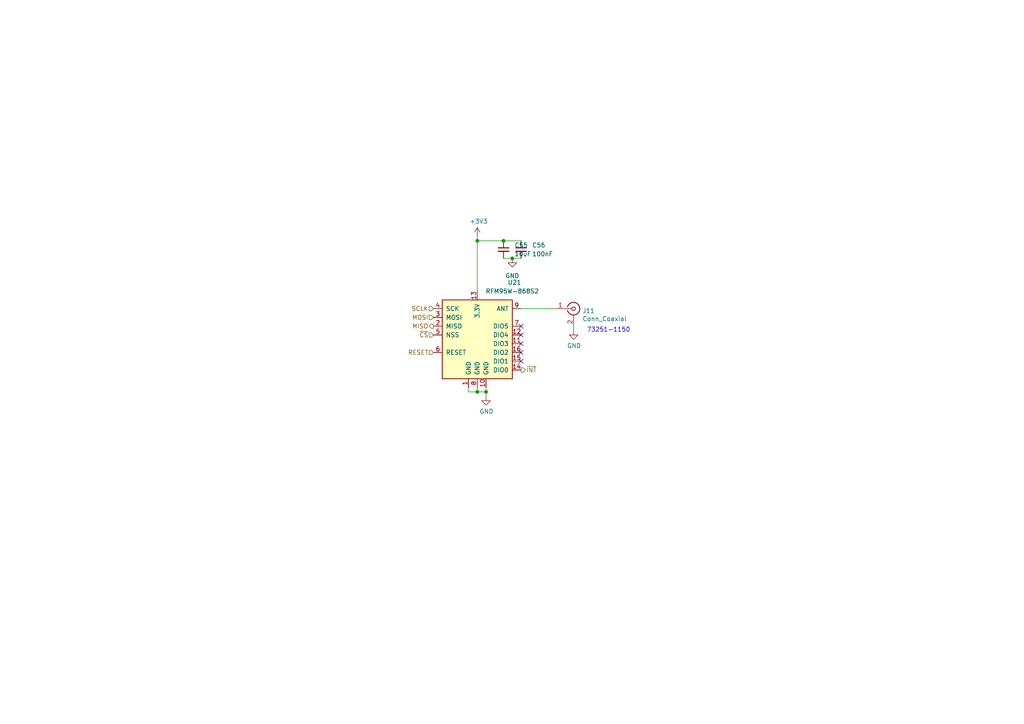
<source format=kicad_sch>
(kicad_sch (version 20231120) (generator "eeschema") (generator_version "8.0")
  (paper "A4")
  (lib_symbols
    (symbol "Connector:Conn_Coaxial" (pin_names (offset 1.016) hide)
      (property "Reference" "J" (at 0.254 3.048 0))
      (property "Value" "Conn_Coaxial" (at 2.921 0 90))
      (symbol "Conn_Coaxial_0_1"
        (arc (start -1.778 -0.508) (mid 0.222 -1.808) (end 1.778 0) (stroke (width 0.254)))
        (polyline (pts (xy -2.54 0) (xy -0.508 0)))
        (polyline (pts (xy 0 -2.54) (xy 0 -1.778)))
        (circle (center 0 0) (radius 0.508) (stroke (width 0.2032)))
        (arc (start 1.778 0) (mid 0.222 1.8083) (end -1.778 0.508) (stroke (width 0.254)))
      )
      (symbol "Conn_Coaxial_1_1"
        (pin passive line (at -5.08 0 0) (length 2.54) (name "In") (number "1"))
        (pin passive line (at 0 -5.08 90) (length 2.54) (name "Ext") (number "2"))
      )
    )
    (symbol "Device:C_Small" (pin_numbers hide) (pin_names (offset 0.254) hide)
      (property "Reference" "C" (at 0.254 1.778 0))
      (property "Value" "C_Small" (at 0.254 -2.032 0))
      (symbol "C_Small_0_1"
        (polyline (pts (xy -1.524 -0.508) (xy 1.524 -0.508)) (stroke (width 0.3302)))
        (polyline (pts (xy -1.524 0.508) (xy 1.524 0.508)) (stroke (width 0.3048)))
      )
      (symbol "C_Small_1_1"
        (pin passive line (at 0 2.54 270) (length 2.032) (name "~") (number "1"))
        (pin passive line (at 0 -2.54 90) (length 2.032) (name "~") (number "2"))
      )
    )
    (symbol "RF_Module:RFM95W-868S2" (pin_names (offset 1.016))
      (property "Reference" "U" (at -10.414 11.684 0))
      (property "Value" "RFM95W-868S2" (at 1.524 11.43 0))
      (symbol "RFM95W-868S2_0_1"
        (rectangle (start -10.16 10.16) (end 10.16 -12.7) (stroke (width 0.254)) (fill (type background)))
      )
      (symbol "RFM95W-868S2_1_1"
        (pin power_in line (at -2.54 -15.24 90) (length 2.54) (name "GND") (number "1"))
        (pin power_in line (at 2.54 -15.24 90) (length 2.54) (name "GND") (number "10"))
        (pin bidirectional line (at 12.7 -2.54 180) (length 2.54) (name "DIO3") (number "11"))
        (pin bidirectional line (at 12.7 0 180) (length 2.54) (name "DIO4") (number "12"))
        (pin power_in line (at 0 12.7 270) (length 2.54) (name "3.3V") (number "13"))
        (pin bidirectional line (at 12.7 -10.16 180) (length 2.54) (name "DIO0") (number "14"))
        (pin bidirectional line (at 12.7 -7.62 180) (length 2.54) (name "DIO1") (number "15"))
        (pin bidirectional line (at 12.7 -5.08 180) (length 2.54) (name "DIO2") (number "16"))
        (pin output line (at -12.7 2.54 0) (length 2.54) (name "MISO") (number "2"))
        (pin input line (at -12.7 5.08 0) (length 2.54) (name "MOSI") (number "3"))
        (pin input line (at -12.7 7.62 0) (length 2.54) (name "SCK") (number "4"))
        (pin input line (at -12.7 0 0) (length 2.54) (name "NSS") (number "5"))
        (pin bidirectional line (at -12.7 -5.08 0) (length 2.54) (name "RESET") (number "6"))
        (pin bidirectional line (at 12.7 2.54 180) (length 2.54) (name "DIO5") (number "7"))
        (pin power_in line (at 0 -15.24 90) (length 2.54) (name "GND") (number "8"))
        (pin bidirectional line (at 12.7 7.62 180) (length 2.54) (name "ANT") (number "9"))
      )
    )
    (symbol "power:+3V3" (power) (pin_names (offset 0))
      (property "Value" "+3V3" (at 0 3.556 0))
      (symbol "+3V3_0_1"
        (polyline (pts (xy -0.762 1.27) (xy 0 2.54)))
        (polyline (pts (xy 0 0) (xy 0 2.54)))
        (polyline (pts (xy 0 2.54) (xy 0.762 1.27)))
      )
      (symbol "+3V3_1_1"
        (pin power_in line (at 0 0 90) (length 0) hide (name "+3V3") (number "1"))
      )
    )
    (symbol "power:GND" (power) (pin_names (offset 0))
      (property "Value" "GND" (at 0 -3.81 0))
      (symbol "GND_0_1"
        (polyline (pts (xy 0 0) (xy 0 -1.27) (xy 1.27 -1.27) (xy 0 -2.54) (xy -1.27 -1.27) (xy 0 -1.27)))
      )
      (symbol "GND_1_1"
        (pin power_in line (at 0 0 270) (length 0) hide (name "GND") (number "1"))
      )
    )
  )
  (junction (at 140.97 113.665))
  (junction (at 146.05 69.85))
  (junction (at 138.43 113.665))
  (junction (at 138.43 69.85))
  (junction (at 148.59 74.93))
  (no_connect (at 151.13 94.615))
  (no_connect (at 151.13 99.695))
  (no_connect (at 151.13 97.155))
  (no_connect (at 151.13 102.235))
  (no_connect (at 151.13 104.775))
  (wire (pts (xy 140.97 113.665) (xy 140.97 112.395)))
  (wire (pts (xy 138.43 69.85) (xy 146.05 69.85)))
  (wire (pts (xy 138.43 112.395) (xy 138.43 113.665)))
  (wire (pts (xy 166.37 95.885) (xy 166.37 94.615)))
  (wire (pts (xy 146.05 69.85) (xy 151.13 69.85)))
  (wire (pts (xy 135.89 112.395) (xy 135.89 113.665)))
  (wire (pts (xy 148.59 74.93) (xy 151.13 74.93)))
  (wire (pts (xy 138.43 68.58) (xy 138.43 69.85)))
  (wire (pts (xy 135.89 113.665) (xy 138.43 113.665)))
  (wire (pts (xy 138.43 69.85) (xy 138.43 84.455)))
  (wire (pts (xy 151.13 89.535) (xy 161.29 89.535)))
  (wire (pts (xy 140.97 114.935) (xy 140.97 113.665)))
  (wire (pts (xy 146.05 74.93) (xy 148.59 74.93)))
  (wire (pts (xy 138.43 113.665) (xy 140.97 113.665)))
  (text "73251-1150" (at 170.18 96.52 0) (effects (font (size 1.27 1.27)) (justify left bottom)))
  (hierarchical_label "~{INT}" (shape output) (at 151.13 107.315 0))
  (hierarchical_label "MOSI" (shape input) (at 125.73 92.075 180))
  (hierarchical_label "MISO" (shape output) (at 125.73 94.615 180))
  (hierarchical_label "RESET" (shape input) (at 125.73 102.235 180))
  (hierarchical_label "~{CS}" (shape input) (at 125.73 97.155 180))
  (hierarchical_label "SCLK" (shape input) (at 125.73 89.535 180))
  (symbol (lib_id "Device:C_Small") (at 146.05 72.39 0) (unit 1)
    (property "Reference" "C55" (at 149.225 71.1262 0) (effects (justify left)))
    (property "Value" "10uF" (at 149.225 73.6662 0) (effects (justify left)))
    (property "Footprint" "Capacitor_SMD:C_0402_1005Metric" (effects (hide yes)))
  )
  (symbol (lib_id "power:GND") (at 166.37 95.885 0) (unit 1)
    (property "Reference" "#PWR0129" (effects (hide yes)))
    (property "Value" "GND" (at 166.497 100.2792 0))
  )
  (symbol (lib_id "RF_Module:RFM95W-868S2") (at 138.43 97.155 0) (unit 1)
    (property "Reference" "U21" (at 149.225 81.915 0))
    (property "Value" "RFM95W-868S2" (at 148.59 84.455 0))
    (property "Footprint" "iclr:HOPERF_RFM9XW_SMD" (effects (hide yes)))
    (property "Datasheet" "https://www.hoperf.com/data/upload/portal/20181127/5bfcbea20e9ef.pdf" (effects (hide yes)))
  )
  (symbol (lib_id "Connector:Conn_Coaxial") (at 166.37 89.535 0) (unit 1)
    (property "Reference" "J11" (at 168.91 90.17 0) (effects (justify left)))
    (property "Value" "Conn_Coaxial" (at 168.91 92.4814 0) (effects (justify left)))
    (property "Footprint" "Connector_Coaxial:SMA_Molex_73251-1153_EdgeMount_Horizontal" (effects (hide yes)))
    (property "Datasheet" " ~" (effects (hide yes)))
  )
  (symbol (lib_id "Device:C_Small") (at 151.13 72.39 0) (unit 1)
    (property "Reference" "C56" (at 154.305 71.1262 0) (effects (justify left)))
    (property "Value" "100nF" (at 154.305 73.6662 0) (effects (justify left)))
    (property "Footprint" "Capacitor_SMD:C_0402_1005Metric" (effects (hide yes)))
  )
  (symbol (lib_id "power:GND") (at 148.59 74.93 0) (unit 1)
    (property "Reference" "#PWR0128" (effects (hide yes)))
    (property "Value" "GND" (at 148.59 80.01 0))
  )
  (symbol (lib_id "power:+3V3") (at 138.43 68.58 0) (unit 1)
    (property "Reference" "#PWR0126" (effects (hide yes)))
    (property "Value" "+3V3" (at 138.811 64.1858 0))
  )
  (symbol (lib_id "power:GND") (at 140.97 114.935 0) (unit 1)
    (property "Reference" "#PWR0127" (effects (hide yes)))
    (property "Value" "GND" (at 141.097 119.3292 0))
  )
)
</source>
